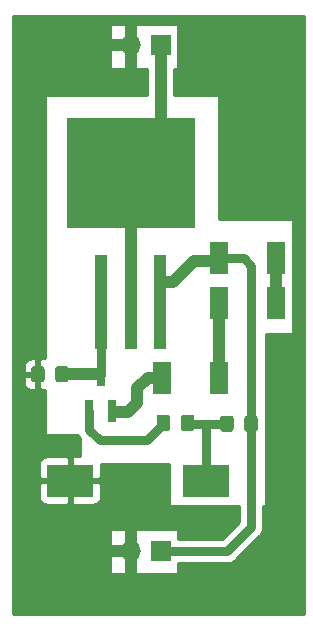
<source format=gbr>
%TF.GenerationSoftware,KiCad,Pcbnew,5.99.0+really5.1.10+dfsg1-1*%
%TF.CreationDate,2021-08-26T21:24:32+10:00*%
%TF.ProjectId,power-clamp,706f7765-722d-4636-9c61-6d702e6b6963,rev?*%
%TF.SameCoordinates,Original*%
%TF.FileFunction,Copper,L1,Top*%
%TF.FilePolarity,Positive*%
%FSLAX46Y46*%
G04 Gerber Fmt 4.6, Leading zero omitted, Abs format (unit mm)*
G04 Created by KiCad (PCBNEW 5.99.0+really5.1.10+dfsg1-1) date 2021-08-26 21:24:32*
%MOMM*%
%LPD*%
G01*
G04 APERTURE LIST*
%TA.AperFunction,SMDPad,CuDef*%
%ADD10R,10.800000X9.400000*%
%TD*%
%TA.AperFunction,SMDPad,CuDef*%
%ADD11R,1.100000X8.000000*%
%TD*%
%TA.AperFunction,SMDPad,CuDef*%
%ADD12R,4.000000X2.800000*%
%TD*%
%TA.AperFunction,SMDPad,CuDef*%
%ADD13R,0.800000X1.900000*%
%TD*%
%TA.AperFunction,ComponentPad*%
%ADD14O,1.700000X1.700000*%
%TD*%
%TA.AperFunction,ComponentPad*%
%ADD15R,1.700000X1.700000*%
%TD*%
%TA.AperFunction,SMDPad,CuDef*%
%ADD16R,1.500000X2.700000*%
%TD*%
%TA.AperFunction,Conductor*%
%ADD17C,1.016000*%
%TD*%
%TA.AperFunction,Conductor*%
%ADD18C,0.762000*%
%TD*%
%TA.AperFunction,Conductor*%
%ADD19C,0.254000*%
%TD*%
%TA.AperFunction,Conductor*%
%ADD20C,0.050000*%
%TD*%
G04 APERTURE END LIST*
D10*
%TO.P,Q2,2*%
%TO.N,+5V*%
X70620000Y-52005000D03*
D11*
%TO.P,Q2,3*%
%TO.N,VCC*%
X73120000Y-62880000D03*
%TO.P,Q2,2*%
%TO.N,+5V*%
X70620000Y-62880000D03*
%TO.P,Q2,1*%
%TO.N,Net-(Q1-Pad3)*%
X68080000Y-62880000D03*
%TD*%
D12*
%TO.P,D1,1*%
%TO.N,Net-(D1-Pad1)*%
X77000000Y-78000000D03*
%TO.P,D1,2*%
%TO.N,GNDA*%
X65500000Y-78000000D03*
%TD*%
%TO.P,R3,2*%
%TO.N,GNDA*%
%TA.AperFunction,SMDPad,CuDef*%
G36*
G01*
X63350000Y-68549999D02*
X63350000Y-69450001D01*
G75*
G02*
X63100001Y-69700000I-249999J0D01*
G01*
X62449999Y-69700000D01*
G75*
G02*
X62200000Y-69450001I0J249999D01*
G01*
X62200000Y-68549999D01*
G75*
G02*
X62449999Y-68300000I249999J0D01*
G01*
X63100001Y-68300000D01*
G75*
G02*
X63350000Y-68549999I0J-249999D01*
G01*
G37*
%TD.AperFunction*%
%TO.P,R3,1*%
%TO.N,Net-(Q1-Pad3)*%
%TA.AperFunction,SMDPad,CuDef*%
G36*
G01*
X65400000Y-68549999D02*
X65400000Y-69450001D01*
G75*
G02*
X65150001Y-69700000I-249999J0D01*
G01*
X64499999Y-69700000D01*
G75*
G02*
X64250000Y-69450001I0J249999D01*
G01*
X64250000Y-68549999D01*
G75*
G02*
X64499999Y-68300000I249999J0D01*
G01*
X65150001Y-68300000D01*
G75*
G02*
X65400000Y-68549999I0J-249999D01*
G01*
G37*
%TD.AperFunction*%
%TD*%
%TO.P,R2,2*%
%TO.N,Net-(D1-Pad1)*%
%TA.AperFunction,SMDPad,CuDef*%
G36*
G01*
X74880000Y-73570001D02*
X74880000Y-72669999D01*
G75*
G02*
X75129999Y-72420000I249999J0D01*
G01*
X75780001Y-72420000D01*
G75*
G02*
X76030000Y-72669999I0J-249999D01*
G01*
X76030000Y-73570001D01*
G75*
G02*
X75780001Y-73820000I-249999J0D01*
G01*
X75129999Y-73820000D01*
G75*
G02*
X74880000Y-73570001I0J249999D01*
G01*
G37*
%TD.AperFunction*%
%TO.P,R2,1*%
%TO.N,Net-(Q1-Pad1)*%
%TA.AperFunction,SMDPad,CuDef*%
G36*
G01*
X72830000Y-73570001D02*
X72830000Y-72669999D01*
G75*
G02*
X73079999Y-72420000I249999J0D01*
G01*
X73730001Y-72420000D01*
G75*
G02*
X73980000Y-72669999I0J-249999D01*
G01*
X73980000Y-73570001D01*
G75*
G02*
X73730001Y-73820000I-249999J0D01*
G01*
X73079999Y-73820000D01*
G75*
G02*
X72830000Y-73570001I0J249999D01*
G01*
G37*
%TD.AperFunction*%
%TD*%
%TO.P,R1,2*%
%TO.N,Net-(D1-Pad1)*%
%TA.AperFunction,SMDPad,CuDef*%
G36*
G01*
X79350000Y-72749999D02*
X79350000Y-73650001D01*
G75*
G02*
X79100001Y-73900000I-249999J0D01*
G01*
X78449999Y-73900000D01*
G75*
G02*
X78200000Y-73650001I0J249999D01*
G01*
X78200000Y-72749999D01*
G75*
G02*
X78449999Y-72500000I249999J0D01*
G01*
X79100001Y-72500000D01*
G75*
G02*
X79350000Y-72749999I0J-249999D01*
G01*
G37*
%TD.AperFunction*%
%TO.P,R1,1*%
%TO.N,VCC*%
%TA.AperFunction,SMDPad,CuDef*%
G36*
G01*
X81400000Y-72749999D02*
X81400000Y-73650001D01*
G75*
G02*
X81150001Y-73900000I-249999J0D01*
G01*
X80499999Y-73900000D01*
G75*
G02*
X80250000Y-73650001I0J249999D01*
G01*
X80250000Y-72749999D01*
G75*
G02*
X80499999Y-72500000I249999J0D01*
G01*
X81150001Y-72500000D01*
G75*
G02*
X81400000Y-72749999I0J-249999D01*
G01*
G37*
%TD.AperFunction*%
%TD*%
D13*
%TO.P,Q1,3*%
%TO.N,Net-(Q1-Pad3)*%
X68080000Y-69080000D03*
%TO.P,Q1,2*%
%TO.N,Net-(D4-Pad1)*%
X69030000Y-72080000D03*
%TO.P,Q1,1*%
%TO.N,Net-(Q1-Pad1)*%
X67130000Y-72080000D03*
%TD*%
D14*
%TO.P,J2,2*%
%TO.N,GNDA*%
X70620000Y-83955000D03*
D15*
%TO.P,J2,1*%
%TO.N,VCC*%
X73160000Y-83955000D03*
%TD*%
D14*
%TO.P,J1,2*%
%TO.N,GNDA*%
X70620000Y-41156000D03*
D15*
%TO.P,J1,1*%
%TO.N,+5V*%
X73160000Y-41156000D03*
%TD*%
D16*
%TO.P,D4,2*%
%TO.N,Net-(D3-Pad1)*%
X78100000Y-69310000D03*
%TO.P,D4,1*%
%TO.N,Net-(D4-Pad1)*%
X73300000Y-69310000D03*
%TD*%
%TO.P,D3,2*%
%TO.N,Net-(D2-Pad1)*%
X82900000Y-63000000D03*
%TO.P,D3,1*%
%TO.N,Net-(D3-Pad1)*%
X78100000Y-63000000D03*
%TD*%
%TO.P,D2,2*%
%TO.N,VCC*%
X78100000Y-59190000D03*
%TO.P,D2,1*%
%TO.N,Net-(D2-Pad1)*%
X82900000Y-59190000D03*
%TD*%
D17*
%TO.N,GNDA*%
X70620000Y-41156000D02*
X68094000Y-41156000D01*
X70620000Y-41156000D02*
X70620000Y-43870000D01*
X70620000Y-41156000D02*
X70620000Y-39370000D01*
X70620000Y-83955000D02*
X70620000Y-81370000D01*
X70620000Y-83955000D02*
X68295000Y-83955000D01*
X70620000Y-83955000D02*
X70620000Y-86370000D01*
D18*
%TO.N,Net-(D1-Pad1)*%
X78775000Y-73200000D02*
X77000000Y-73200000D01*
X77000000Y-73200000D02*
X77000000Y-77600000D01*
X77000000Y-73200000D02*
X75400000Y-73200000D01*
D17*
%TO.N,VCC*%
X73160000Y-61155000D02*
X74245000Y-61155000D01*
X74245000Y-61155000D02*
X76000000Y-59400000D01*
X76000000Y-59400000D02*
X78200000Y-59400000D01*
D18*
X78100000Y-59190000D02*
X80190000Y-59190000D01*
X80190000Y-59190000D02*
X80800000Y-59800000D01*
X80800000Y-59800000D02*
X80800000Y-73000000D01*
X80825000Y-73200000D02*
X80825000Y-81975000D01*
X80825000Y-81975000D02*
X78800000Y-84000000D01*
X78800000Y-84000000D02*
X73200000Y-84000000D01*
D17*
%TO.N,Net-(D2-Pad1)*%
X82900000Y-59190000D02*
X82900000Y-63100000D01*
X82900000Y-63100000D02*
X82800000Y-63200000D01*
%TO.N,Net-(D3-Pad1)*%
X78100000Y-63000000D02*
X78100000Y-69300000D01*
X78100000Y-69300000D02*
X78200000Y-69400000D01*
X78200000Y-69400000D02*
X78200000Y-69200000D01*
%TO.N,Net-(D4-Pad1)*%
X73300000Y-69310000D02*
X72090000Y-69310000D01*
X72090000Y-69310000D02*
X71200000Y-70200000D01*
X71200000Y-70200000D02*
X71200000Y-71400000D01*
X71200000Y-71400000D02*
X70400000Y-72200000D01*
X70400000Y-72200000D02*
X69200000Y-72200000D01*
%TO.N,+5V*%
X73160000Y-41156000D02*
X73160000Y-49840000D01*
X73160000Y-49840000D02*
X73000000Y-50000000D01*
X70620000Y-61155000D02*
X70620000Y-53380000D01*
X70620000Y-53380000D02*
X71000000Y-53000000D01*
%TO.N,Net-(Q1-Pad3)*%
X64825000Y-69000000D02*
X67950000Y-69000000D01*
D18*
X68080000Y-69080000D02*
X68080000Y-61880000D01*
X68080000Y-61880000D02*
X68000000Y-61800000D01*
X68000000Y-61800000D02*
X68000000Y-62000000D01*
%TO.N,Net-(Q1-Pad1)*%
X72000000Y-74600000D02*
X68000000Y-74600000D01*
X73405000Y-73195000D02*
X72000000Y-74600000D01*
X73405000Y-73120000D02*
X73405000Y-73195000D01*
X67130000Y-73730000D02*
X68000000Y-74600000D01*
X67130000Y-72080000D02*
X67130000Y-73730000D01*
%TD*%
D19*
%TO.N,GNDA*%
X85340000Y-89340000D02*
X60660000Y-89340000D01*
X60660000Y-79400000D01*
X62861928Y-79400000D01*
X62874188Y-79524482D01*
X62910498Y-79644180D01*
X62969463Y-79754494D01*
X63048815Y-79851185D01*
X63145506Y-79930537D01*
X63255820Y-79989502D01*
X63375518Y-80025812D01*
X63500000Y-80038072D01*
X65214250Y-80035000D01*
X65373000Y-79876250D01*
X65373000Y-78127000D01*
X65627000Y-78127000D01*
X65627000Y-79876250D01*
X65785750Y-80035000D01*
X67500000Y-80038072D01*
X67624482Y-80025812D01*
X67744180Y-79989502D01*
X67854494Y-79930537D01*
X67951185Y-79851185D01*
X68030537Y-79754494D01*
X68089502Y-79644180D01*
X68125812Y-79524482D01*
X68138072Y-79400000D01*
X68135000Y-78285750D01*
X67976250Y-78127000D01*
X65627000Y-78127000D01*
X65373000Y-78127000D01*
X63023750Y-78127000D01*
X62865000Y-78285750D01*
X62861928Y-79400000D01*
X60660000Y-79400000D01*
X60660000Y-76600000D01*
X62861928Y-76600000D01*
X62865000Y-77714250D01*
X63023750Y-77873000D01*
X65373000Y-77873000D01*
X65373000Y-76123750D01*
X65214250Y-75965000D01*
X63500000Y-75961928D01*
X63375518Y-75974188D01*
X63255820Y-76010498D01*
X63145506Y-76069463D01*
X63048815Y-76148815D01*
X62969463Y-76245506D01*
X62910498Y-76355820D01*
X62874188Y-76475518D01*
X62861928Y-76600000D01*
X60660000Y-76600000D01*
X60660000Y-69700000D01*
X61561928Y-69700000D01*
X61574188Y-69824482D01*
X61610498Y-69944180D01*
X61669463Y-70054494D01*
X61748815Y-70151185D01*
X61845506Y-70230537D01*
X61955820Y-70289502D01*
X62075518Y-70325812D01*
X62200000Y-70338072D01*
X62489250Y-70335000D01*
X62648000Y-70176250D01*
X62648000Y-69127000D01*
X61723750Y-69127000D01*
X61565000Y-69285750D01*
X61561928Y-69700000D01*
X60660000Y-69700000D01*
X60660000Y-68300000D01*
X61561928Y-68300000D01*
X61565000Y-68714250D01*
X61723750Y-68873000D01*
X62648000Y-68873000D01*
X62648000Y-67823750D01*
X62902000Y-67823750D01*
X62902000Y-68873000D01*
X62922000Y-68873000D01*
X62922000Y-69127000D01*
X62902000Y-69127000D01*
X62902000Y-70176250D01*
X63060750Y-70335000D01*
X63350000Y-70338072D01*
X63373000Y-70335807D01*
X63373000Y-74000000D01*
X63375440Y-74024776D01*
X63382667Y-74048601D01*
X63394403Y-74070557D01*
X63410197Y-74089803D01*
X63429443Y-74105597D01*
X63451399Y-74117333D01*
X63475224Y-74124560D01*
X63500000Y-74127000D01*
X66190173Y-74127000D01*
X66281141Y-74297190D01*
X66373000Y-74409120D01*
X66373000Y-75963948D01*
X65785750Y-75965000D01*
X65627000Y-76123750D01*
X65627000Y-77873000D01*
X67976250Y-77873000D01*
X68135000Y-77714250D01*
X68137998Y-76627000D01*
X73873000Y-76627000D01*
X73873000Y-80000000D01*
X73875440Y-80024776D01*
X73882667Y-80048601D01*
X73894403Y-80070557D01*
X73910197Y-80089803D01*
X73929443Y-80105597D01*
X73951399Y-80117333D01*
X73975224Y-80124560D01*
X74000000Y-80127000D01*
X79809001Y-80127000D01*
X79809001Y-81554158D01*
X78379160Y-82984000D01*
X74636155Y-82984000D01*
X74635812Y-82980518D01*
X74627000Y-82951469D01*
X74627000Y-82250000D01*
X74624560Y-82225224D01*
X74617333Y-82201399D01*
X74605597Y-82179443D01*
X74589803Y-82160197D01*
X74570557Y-82144403D01*
X74548601Y-82132667D01*
X74524776Y-82125440D01*
X74500000Y-82123000D01*
X69000000Y-82123000D01*
X68975224Y-82125440D01*
X68951399Y-82132667D01*
X68929443Y-82144403D01*
X68910197Y-82160197D01*
X68894403Y-82179443D01*
X68882667Y-82201399D01*
X68875440Y-82225224D01*
X68873000Y-82250000D01*
X68873000Y-85750000D01*
X68875440Y-85774776D01*
X68882667Y-85798601D01*
X68894403Y-85820557D01*
X68910197Y-85839803D01*
X68929443Y-85855597D01*
X68951399Y-85867333D01*
X68975224Y-85874560D01*
X69000000Y-85877000D01*
X74500000Y-85877000D01*
X74524776Y-85874560D01*
X74548601Y-85867333D01*
X74570557Y-85855597D01*
X74589803Y-85839803D01*
X74605597Y-85820557D01*
X74617333Y-85798601D01*
X74624560Y-85774776D01*
X74627000Y-85750000D01*
X74627000Y-85016000D01*
X78750098Y-85016000D01*
X78800000Y-85020915D01*
X78849902Y-85016000D01*
X78999171Y-85001298D01*
X79190687Y-84943202D01*
X79367190Y-84848860D01*
X79521896Y-84721896D01*
X79553712Y-84683128D01*
X81508133Y-82728708D01*
X81546896Y-82696896D01*
X81673860Y-82542190D01*
X81768202Y-82365687D01*
X81810811Y-82225224D01*
X81826298Y-82174172D01*
X81831338Y-82123000D01*
X81841000Y-82024902D01*
X81841000Y-82024895D01*
X81845914Y-81975001D01*
X81841000Y-81925107D01*
X81841000Y-80127000D01*
X82000000Y-80127000D01*
X82024776Y-80124560D01*
X82048601Y-80117333D01*
X82070557Y-80105597D01*
X82089803Y-80089803D01*
X82105597Y-80070557D01*
X82117333Y-80048601D01*
X82124560Y-80024776D01*
X82127000Y-80000000D01*
X82127000Y-65627000D01*
X84250000Y-65627000D01*
X84274776Y-65624560D01*
X84298601Y-65617333D01*
X84320557Y-65605597D01*
X84339803Y-65589803D01*
X84355597Y-65570557D01*
X84367333Y-65548601D01*
X84374560Y-65524776D01*
X84377000Y-65500000D01*
X84377000Y-56000000D01*
X84374560Y-55975224D01*
X84367333Y-55951399D01*
X84355597Y-55929443D01*
X84339803Y-55910197D01*
X84320557Y-55894403D01*
X84298601Y-55882667D01*
X84274776Y-55875440D01*
X84250000Y-55873000D01*
X78087857Y-55873000D01*
X78126999Y-45500479D01*
X78124560Y-45475224D01*
X78117333Y-45451399D01*
X78105597Y-45429443D01*
X78089803Y-45410197D01*
X78070557Y-45394403D01*
X78048601Y-45382667D01*
X78024776Y-45375440D01*
X78000000Y-45373000D01*
X74303000Y-45373000D01*
X74303000Y-43127000D01*
X74500000Y-43127000D01*
X74524776Y-43124560D01*
X74548601Y-43117333D01*
X74570557Y-43105597D01*
X74589803Y-43089803D01*
X74605597Y-43070557D01*
X74617333Y-43048601D01*
X74624560Y-43024776D01*
X74627000Y-43000000D01*
X74627000Y-42159531D01*
X74635812Y-42130482D01*
X74648072Y-42006000D01*
X74648072Y-40306000D01*
X74635812Y-40181518D01*
X74627000Y-40152469D01*
X74627000Y-39500000D01*
X74624560Y-39475224D01*
X74617333Y-39451399D01*
X74605597Y-39429443D01*
X74589803Y-39410197D01*
X74570557Y-39394403D01*
X74548601Y-39382667D01*
X74524776Y-39375440D01*
X74500000Y-39373000D01*
X69000000Y-39373000D01*
X68975224Y-39375440D01*
X68951399Y-39382667D01*
X68929443Y-39394403D01*
X68910197Y-39410197D01*
X68894403Y-39429443D01*
X68882667Y-39451399D01*
X68875440Y-39475224D01*
X68873000Y-39500000D01*
X68873000Y-43000000D01*
X68875440Y-43024776D01*
X68882667Y-43048601D01*
X68894403Y-43070557D01*
X68910197Y-43089803D01*
X68929443Y-43105597D01*
X68951399Y-43117333D01*
X68975224Y-43124560D01*
X69000000Y-43127000D01*
X72017000Y-43127000D01*
X72017000Y-45373000D01*
X63500000Y-45373000D01*
X63475224Y-45375440D01*
X63451399Y-45382667D01*
X63429443Y-45394403D01*
X63410197Y-45410197D01*
X63394403Y-45429443D01*
X63382667Y-45451399D01*
X63375440Y-45475224D01*
X63373000Y-45500000D01*
X63373000Y-67664193D01*
X63350000Y-67661928D01*
X63060750Y-67665000D01*
X62902000Y-67823750D01*
X62648000Y-67823750D01*
X62489250Y-67665000D01*
X62200000Y-67661928D01*
X62075518Y-67674188D01*
X61955820Y-67710498D01*
X61845506Y-67769463D01*
X61748815Y-67848815D01*
X61669463Y-67945506D01*
X61610498Y-68055820D01*
X61574188Y-68175518D01*
X61561928Y-68300000D01*
X60660000Y-68300000D01*
X60660000Y-38660000D01*
X85340001Y-38660000D01*
X85340000Y-89340000D01*
%TA.AperFunction,Conductor*%
D20*
G36*
X85340000Y-89340000D02*
G01*
X60660000Y-89340000D01*
X60660000Y-79400000D01*
X62861928Y-79400000D01*
X62874188Y-79524482D01*
X62910498Y-79644180D01*
X62969463Y-79754494D01*
X63048815Y-79851185D01*
X63145506Y-79930537D01*
X63255820Y-79989502D01*
X63375518Y-80025812D01*
X63500000Y-80038072D01*
X65214250Y-80035000D01*
X65373000Y-79876250D01*
X65373000Y-78127000D01*
X65627000Y-78127000D01*
X65627000Y-79876250D01*
X65785750Y-80035000D01*
X67500000Y-80038072D01*
X67624482Y-80025812D01*
X67744180Y-79989502D01*
X67854494Y-79930537D01*
X67951185Y-79851185D01*
X68030537Y-79754494D01*
X68089502Y-79644180D01*
X68125812Y-79524482D01*
X68138072Y-79400000D01*
X68135000Y-78285750D01*
X67976250Y-78127000D01*
X65627000Y-78127000D01*
X65373000Y-78127000D01*
X63023750Y-78127000D01*
X62865000Y-78285750D01*
X62861928Y-79400000D01*
X60660000Y-79400000D01*
X60660000Y-76600000D01*
X62861928Y-76600000D01*
X62865000Y-77714250D01*
X63023750Y-77873000D01*
X65373000Y-77873000D01*
X65373000Y-76123750D01*
X65214250Y-75965000D01*
X63500000Y-75961928D01*
X63375518Y-75974188D01*
X63255820Y-76010498D01*
X63145506Y-76069463D01*
X63048815Y-76148815D01*
X62969463Y-76245506D01*
X62910498Y-76355820D01*
X62874188Y-76475518D01*
X62861928Y-76600000D01*
X60660000Y-76600000D01*
X60660000Y-69700000D01*
X61561928Y-69700000D01*
X61574188Y-69824482D01*
X61610498Y-69944180D01*
X61669463Y-70054494D01*
X61748815Y-70151185D01*
X61845506Y-70230537D01*
X61955820Y-70289502D01*
X62075518Y-70325812D01*
X62200000Y-70338072D01*
X62489250Y-70335000D01*
X62648000Y-70176250D01*
X62648000Y-69127000D01*
X61723750Y-69127000D01*
X61565000Y-69285750D01*
X61561928Y-69700000D01*
X60660000Y-69700000D01*
X60660000Y-68300000D01*
X61561928Y-68300000D01*
X61565000Y-68714250D01*
X61723750Y-68873000D01*
X62648000Y-68873000D01*
X62648000Y-67823750D01*
X62902000Y-67823750D01*
X62902000Y-68873000D01*
X62922000Y-68873000D01*
X62922000Y-69127000D01*
X62902000Y-69127000D01*
X62902000Y-70176250D01*
X63060750Y-70335000D01*
X63350000Y-70338072D01*
X63373000Y-70335807D01*
X63373000Y-74000000D01*
X63375440Y-74024776D01*
X63382667Y-74048601D01*
X63394403Y-74070557D01*
X63410197Y-74089803D01*
X63429443Y-74105597D01*
X63451399Y-74117333D01*
X63475224Y-74124560D01*
X63500000Y-74127000D01*
X66190173Y-74127000D01*
X66281141Y-74297190D01*
X66373000Y-74409120D01*
X66373000Y-75963948D01*
X65785750Y-75965000D01*
X65627000Y-76123750D01*
X65627000Y-77873000D01*
X67976250Y-77873000D01*
X68135000Y-77714250D01*
X68137998Y-76627000D01*
X73873000Y-76627000D01*
X73873000Y-80000000D01*
X73875440Y-80024776D01*
X73882667Y-80048601D01*
X73894403Y-80070557D01*
X73910197Y-80089803D01*
X73929443Y-80105597D01*
X73951399Y-80117333D01*
X73975224Y-80124560D01*
X74000000Y-80127000D01*
X79809001Y-80127000D01*
X79809001Y-81554158D01*
X78379160Y-82984000D01*
X74636155Y-82984000D01*
X74635812Y-82980518D01*
X74627000Y-82951469D01*
X74627000Y-82250000D01*
X74624560Y-82225224D01*
X74617333Y-82201399D01*
X74605597Y-82179443D01*
X74589803Y-82160197D01*
X74570557Y-82144403D01*
X74548601Y-82132667D01*
X74524776Y-82125440D01*
X74500000Y-82123000D01*
X69000000Y-82123000D01*
X68975224Y-82125440D01*
X68951399Y-82132667D01*
X68929443Y-82144403D01*
X68910197Y-82160197D01*
X68894403Y-82179443D01*
X68882667Y-82201399D01*
X68875440Y-82225224D01*
X68873000Y-82250000D01*
X68873000Y-85750000D01*
X68875440Y-85774776D01*
X68882667Y-85798601D01*
X68894403Y-85820557D01*
X68910197Y-85839803D01*
X68929443Y-85855597D01*
X68951399Y-85867333D01*
X68975224Y-85874560D01*
X69000000Y-85877000D01*
X74500000Y-85877000D01*
X74524776Y-85874560D01*
X74548601Y-85867333D01*
X74570557Y-85855597D01*
X74589803Y-85839803D01*
X74605597Y-85820557D01*
X74617333Y-85798601D01*
X74624560Y-85774776D01*
X74627000Y-85750000D01*
X74627000Y-85016000D01*
X78750098Y-85016000D01*
X78800000Y-85020915D01*
X78849902Y-85016000D01*
X78999171Y-85001298D01*
X79190687Y-84943202D01*
X79367190Y-84848860D01*
X79521896Y-84721896D01*
X79553712Y-84683128D01*
X81508133Y-82728708D01*
X81546896Y-82696896D01*
X81673860Y-82542190D01*
X81768202Y-82365687D01*
X81810811Y-82225224D01*
X81826298Y-82174172D01*
X81831338Y-82123000D01*
X81841000Y-82024902D01*
X81841000Y-82024895D01*
X81845914Y-81975001D01*
X81841000Y-81925107D01*
X81841000Y-80127000D01*
X82000000Y-80127000D01*
X82024776Y-80124560D01*
X82048601Y-80117333D01*
X82070557Y-80105597D01*
X82089803Y-80089803D01*
X82105597Y-80070557D01*
X82117333Y-80048601D01*
X82124560Y-80024776D01*
X82127000Y-80000000D01*
X82127000Y-65627000D01*
X84250000Y-65627000D01*
X84274776Y-65624560D01*
X84298601Y-65617333D01*
X84320557Y-65605597D01*
X84339803Y-65589803D01*
X84355597Y-65570557D01*
X84367333Y-65548601D01*
X84374560Y-65524776D01*
X84377000Y-65500000D01*
X84377000Y-56000000D01*
X84374560Y-55975224D01*
X84367333Y-55951399D01*
X84355597Y-55929443D01*
X84339803Y-55910197D01*
X84320557Y-55894403D01*
X84298601Y-55882667D01*
X84274776Y-55875440D01*
X84250000Y-55873000D01*
X78087857Y-55873000D01*
X78126999Y-45500479D01*
X78124560Y-45475224D01*
X78117333Y-45451399D01*
X78105597Y-45429443D01*
X78089803Y-45410197D01*
X78070557Y-45394403D01*
X78048601Y-45382667D01*
X78024776Y-45375440D01*
X78000000Y-45373000D01*
X74303000Y-45373000D01*
X74303000Y-43127000D01*
X74500000Y-43127000D01*
X74524776Y-43124560D01*
X74548601Y-43117333D01*
X74570557Y-43105597D01*
X74589803Y-43089803D01*
X74605597Y-43070557D01*
X74617333Y-43048601D01*
X74624560Y-43024776D01*
X74627000Y-43000000D01*
X74627000Y-42159531D01*
X74635812Y-42130482D01*
X74648072Y-42006000D01*
X74648072Y-40306000D01*
X74635812Y-40181518D01*
X74627000Y-40152469D01*
X74627000Y-39500000D01*
X74624560Y-39475224D01*
X74617333Y-39451399D01*
X74605597Y-39429443D01*
X74589803Y-39410197D01*
X74570557Y-39394403D01*
X74548601Y-39382667D01*
X74524776Y-39375440D01*
X74500000Y-39373000D01*
X69000000Y-39373000D01*
X68975224Y-39375440D01*
X68951399Y-39382667D01*
X68929443Y-39394403D01*
X68910197Y-39410197D01*
X68894403Y-39429443D01*
X68882667Y-39451399D01*
X68875440Y-39475224D01*
X68873000Y-39500000D01*
X68873000Y-43000000D01*
X68875440Y-43024776D01*
X68882667Y-43048601D01*
X68894403Y-43070557D01*
X68910197Y-43089803D01*
X68929443Y-43105597D01*
X68951399Y-43117333D01*
X68975224Y-43124560D01*
X69000000Y-43127000D01*
X72017000Y-43127000D01*
X72017000Y-45373000D01*
X63500000Y-45373000D01*
X63475224Y-45375440D01*
X63451399Y-45382667D01*
X63429443Y-45394403D01*
X63410197Y-45410197D01*
X63394403Y-45429443D01*
X63382667Y-45451399D01*
X63375440Y-45475224D01*
X63373000Y-45500000D01*
X63373000Y-67664193D01*
X63350000Y-67661928D01*
X63060750Y-67665000D01*
X62902000Y-67823750D01*
X62648000Y-67823750D01*
X62489250Y-67665000D01*
X62200000Y-67661928D01*
X62075518Y-67674188D01*
X61955820Y-67710498D01*
X61845506Y-67769463D01*
X61748815Y-67848815D01*
X61669463Y-67945506D01*
X61610498Y-68055820D01*
X61574188Y-68175518D01*
X61561928Y-68300000D01*
X60660000Y-68300000D01*
X60660000Y-38660000D01*
X85340001Y-38660000D01*
X85340000Y-89340000D01*
G37*
%TD.AperFunction*%
%TD*%
M02*

</source>
